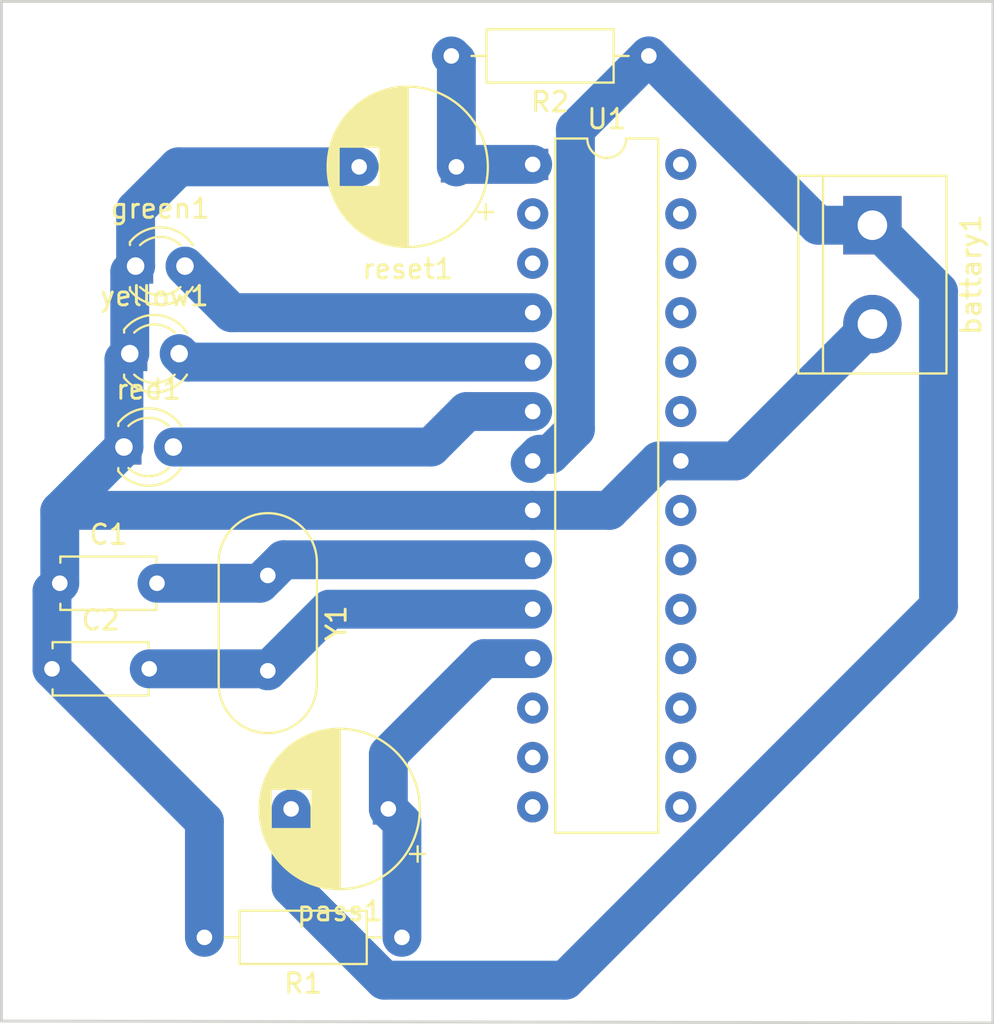
<source format=kicad_pcb>
(kicad_pcb (version 20171130) (host pcbnew 5.0.2-bee76a0~70~ubuntu18.04.1)

  (general
    (thickness 1.6)
    (drawings 4)
    (tracks 61)
    (zones 0)
    (modules 12)
    (nets 28)
  )

  (page A4)
  (layers
    (0 F.Cu signal)
    (31 B.Cu signal)
    (32 B.Adhes user hide)
    (33 F.Adhes user hide)
    (34 B.Paste user hide)
    (35 F.Paste user hide)
    (36 B.SilkS user)
    (37 F.SilkS user)
    (38 B.Mask user hide)
    (39 F.Mask user hide)
    (40 Dwgs.User user hide)
    (41 Cmts.User user hide)
    (42 Eco1.User user hide)
    (43 Eco2.User user hide)
    (44 Edge.Cuts user)
    (45 Margin user hide)
    (46 B.CrtYd user hide)
    (47 F.CrtYd user hide)
    (48 B.Fab user hide)
    (49 F.Fab user hide)
  )

  (setup
    (last_trace_width 2)
    (user_trace_width 1)
    (user_trace_width 2)
    (user_trace_width 3)
    (user_trace_width 4)
    (trace_clearance 0.2)
    (zone_clearance 0.508)
    (zone_45_only no)
    (trace_min 1)
    (segment_width 0.2)
    (edge_width 0.15)
    (via_size 0.8)
    (via_drill 0.4)
    (via_min_size 0.4)
    (via_min_drill 0.3)
    (uvia_size 0.3)
    (uvia_drill 0.1)
    (uvias_allowed no)
    (uvia_min_size 0.2)
    (uvia_min_drill 0.1)
    (pcb_text_width 0.3)
    (pcb_text_size 1.5 1.5)
    (mod_edge_width 0.15)
    (mod_text_size 1 1)
    (mod_text_width 0.15)
    (pad_size 1.524 1.524)
    (pad_drill 0.762)
    (pad_to_mask_clearance 0.051)
    (solder_mask_min_width 0.25)
    (aux_axis_origin 0 0)
    (visible_elements FFFFFF7F)
    (pcbplotparams
      (layerselection 0x010fc_ffffffff)
      (usegerberextensions false)
      (usegerberattributes false)
      (usegerberadvancedattributes false)
      (creategerberjobfile false)
      (excludeedgelayer true)
      (linewidth 0.100000)
      (plotframeref false)
      (viasonmask false)
      (mode 1)
      (useauxorigin false)
      (hpglpennumber 1)
      (hpglpenspeed 20)
      (hpglpendiameter 15.000000)
      (psnegative false)
      (psa4output false)
      (plotreference true)
      (plotvalue true)
      (plotinvisibletext false)
      (padsonsilk false)
      (subtractmaskfromsilk false)
      (outputformat 1)
      (mirror false)
      (drillshape 1)
      (scaleselection 1)
      (outputdirectory ""))
  )

  (net 0 "")
  (net 1 +5V)
  (net 2 GND)
  (net 3 "Net-(C1-Pad2)")
  (net 4 "Net-(C2-Pad2)")
  (net 5 "Net-(U1-Pad4)")
  (net 6 "Net-(R1-Pad1)")
  (net 7 "Net-(R2-Pad2)")
  (net 8 "Net-(U1-Pad6)")
  (net 9 "Net-(U1-Pad15)")
  (net 10 "Net-(U1-Pad2)")
  (net 11 "Net-(U1-Pad16)")
  (net 12 "Net-(U1-Pad3)")
  (net 13 "Net-(U1-Pad17)")
  (net 14 "Net-(U1-Pad18)")
  (net 15 "Net-(U1-Pad5)")
  (net 16 "Net-(U1-Pad19)")
  (net 17 "Net-(U1-Pad20)")
  (net 18 "Net-(U1-Pad21)")
  (net 19 "Net-(U1-Pad23)")
  (net 20 "Net-(U1-Pad24)")
  (net 21 "Net-(U1-Pad25)")
  (net 22 "Net-(U1-Pad12)")
  (net 23 "Net-(U1-Pad26)")
  (net 24 "Net-(U1-Pad13)")
  (net 25 "Net-(U1-Pad27)")
  (net 26 "Net-(U1-Pad14)")
  (net 27 "Net-(U1-Pad28)")

  (net_class Default "This is the default net class."
    (clearance 0.2)
    (trace_width 1)
    (via_dia 0.8)
    (via_drill 0.4)
    (uvia_dia 0.3)
    (uvia_drill 0.1)
    (diff_pair_gap 0.25)
    (diff_pair_width 1)
    (add_net +5V)
    (add_net GND)
    (add_net "Net-(C1-Pad2)")
    (add_net "Net-(C2-Pad2)")
    (add_net "Net-(R1-Pad1)")
    (add_net "Net-(R2-Pad2)")
    (add_net "Net-(U1-Pad12)")
    (add_net "Net-(U1-Pad13)")
    (add_net "Net-(U1-Pad14)")
    (add_net "Net-(U1-Pad15)")
    (add_net "Net-(U1-Pad16)")
    (add_net "Net-(U1-Pad17)")
    (add_net "Net-(U1-Pad18)")
    (add_net "Net-(U1-Pad19)")
    (add_net "Net-(U1-Pad2)")
    (add_net "Net-(U1-Pad20)")
    (add_net "Net-(U1-Pad21)")
    (add_net "Net-(U1-Pad23)")
    (add_net "Net-(U1-Pad24)")
    (add_net "Net-(U1-Pad25)")
    (add_net "Net-(U1-Pad26)")
    (add_net "Net-(U1-Pad27)")
    (add_net "Net-(U1-Pad28)")
    (add_net "Net-(U1-Pad3)")
    (add_net "Net-(U1-Pad4)")
    (add_net "Net-(U1-Pad5)")
    (add_net "Net-(U1-Pad6)")
  )

  (module TerminalBlock:TerminalBlock_bornier-2_P5.08mm (layer F.Cu) (tedit 59FF03AB) (tstamp 5CBC53CC)
    (at 137.6 68.4 270)
    (descr "simple 2-pin terminal block, pitch 5.08mm, revamped version of bornier2")
    (tags "terminal block bornier2")
    (path /5CAF8383)
    (fp_text reference battary1 (at 2.54 -5.08 270) (layer F.SilkS)
      (effects (font (size 1 1) (thickness 0.15)))
    )
    (fp_text value Conn_01x02_Female (at 2.54 5.08 270) (layer F.Fab)
      (effects (font (size 1 1) (thickness 0.15)))
    )
    (fp_text user %R (at 2.54 0 270) (layer F.Fab)
      (effects (font (size 1 1) (thickness 0.15)))
    )
    (fp_line (start -2.41 2.55) (end 7.49 2.55) (layer F.Fab) (width 0.1))
    (fp_line (start -2.46 -3.75) (end -2.46 3.75) (layer F.Fab) (width 0.1))
    (fp_line (start -2.46 3.75) (end 7.54 3.75) (layer F.Fab) (width 0.1))
    (fp_line (start 7.54 3.75) (end 7.54 -3.75) (layer F.Fab) (width 0.1))
    (fp_line (start 7.54 -3.75) (end -2.46 -3.75) (layer F.Fab) (width 0.1))
    (fp_line (start 7.62 2.54) (end -2.54 2.54) (layer F.SilkS) (width 0.12))
    (fp_line (start 7.62 3.81) (end 7.62 -3.81) (layer F.SilkS) (width 0.12))
    (fp_line (start 7.62 -3.81) (end -2.54 -3.81) (layer F.SilkS) (width 0.12))
    (fp_line (start -2.54 -3.81) (end -2.54 3.81) (layer F.SilkS) (width 0.12))
    (fp_line (start -2.54 3.81) (end 7.62 3.81) (layer F.SilkS) (width 0.12))
    (fp_line (start -2.71 -4) (end 7.79 -4) (layer F.CrtYd) (width 0.05))
    (fp_line (start -2.71 -4) (end -2.71 4) (layer F.CrtYd) (width 0.05))
    (fp_line (start 7.79 4) (end 7.79 -4) (layer F.CrtYd) (width 0.05))
    (fp_line (start 7.79 4) (end -2.71 4) (layer F.CrtYd) (width 0.05))
    (pad 1 thru_hole rect (at 0 0 270) (size 3 3) (drill 1.52) (layers *.Cu *.Mask)
      (net 1 +5V))
    (pad 2 thru_hole circle (at 5.08 0 270) (size 3 3) (drill 1.52) (layers *.Cu *.Mask)
      (net 2 GND))
    (model ${KISYS3DMOD}/TerminalBlock.3dshapes/TerminalBlock_bornier-2_P5.08mm.wrl
      (offset (xyz 2.539999961853027 0 0))
      (scale (xyz 1 1 1))
      (rotate (xyz 0 0 0))
    )
  )

  (module Capacitor_THT:C_Disc_D4.7mm_W2.5mm_P5.00mm (layer F.Cu) (tedit 5AE50EF0) (tstamp 5CBC4866)
    (at 95.8 86.8)
    (descr "C, Disc series, Radial, pin pitch=5.00mm, , diameter*width=4.7*2.5mm^2, Capacitor, http://www.vishay.com/docs/45233/krseries.pdf")
    (tags "C Disc series Radial pin pitch 5.00mm  diameter 4.7mm width 2.5mm Capacitor")
    (path /5CAF7B96)
    (fp_text reference C1 (at 2.5 -2.5) (layer F.SilkS)
      (effects (font (size 1 1) (thickness 0.15)))
    )
    (fp_text value C (at 2.5 2.5) (layer F.Fab)
      (effects (font (size 1 1) (thickness 0.15)))
    )
    (fp_line (start 0.15 -1.25) (end 0.15 1.25) (layer F.Fab) (width 0.1))
    (fp_line (start 0.15 1.25) (end 4.85 1.25) (layer F.Fab) (width 0.1))
    (fp_line (start 4.85 1.25) (end 4.85 -1.25) (layer F.Fab) (width 0.1))
    (fp_line (start 4.85 -1.25) (end 0.15 -1.25) (layer F.Fab) (width 0.1))
    (fp_line (start 0.03 -1.37) (end 4.97 -1.37) (layer F.SilkS) (width 0.12))
    (fp_line (start 0.03 1.37) (end 4.97 1.37) (layer F.SilkS) (width 0.12))
    (fp_line (start 0.03 -1.37) (end 0.03 -1.055) (layer F.SilkS) (width 0.12))
    (fp_line (start 0.03 1.055) (end 0.03 1.37) (layer F.SilkS) (width 0.12))
    (fp_line (start 4.97 -1.37) (end 4.97 -1.055) (layer F.SilkS) (width 0.12))
    (fp_line (start 4.97 1.055) (end 4.97 1.37) (layer F.SilkS) (width 0.12))
    (fp_line (start -1.05 -1.5) (end -1.05 1.5) (layer F.CrtYd) (width 0.05))
    (fp_line (start -1.05 1.5) (end 6.05 1.5) (layer F.CrtYd) (width 0.05))
    (fp_line (start 6.05 1.5) (end 6.05 -1.5) (layer F.CrtYd) (width 0.05))
    (fp_line (start 6.05 -1.5) (end -1.05 -1.5) (layer F.CrtYd) (width 0.05))
    (fp_text user %R (at 2.5 0) (layer F.Fab)
      (effects (font (size 0.94 0.94) (thickness 0.141)))
    )
    (pad 1 thru_hole circle (at 0 0) (size 1.6 1.6) (drill 0.8) (layers *.Cu *.Mask)
      (net 2 GND))
    (pad 2 thru_hole circle (at 5 0) (size 1.6 1.6) (drill 0.8) (layers *.Cu *.Mask)
      (net 3 "Net-(C1-Pad2)"))
    (model ${KISYS3DMOD}/Capacitor_THT.3dshapes/C_Disc_D4.7mm_W2.5mm_P5.00mm.wrl
      (at (xyz 0 0 0))
      (scale (xyz 1 1 1))
      (rotate (xyz 0 0 0))
    )
  )

  (module Capacitor_THT:C_Disc_D4.7mm_W2.5mm_P5.00mm (layer F.Cu) (tedit 5AE50EF0) (tstamp 5CBC487B)
    (at 95.4 91.2)
    (descr "C, Disc series, Radial, pin pitch=5.00mm, , diameter*width=4.7*2.5mm^2, Capacitor, http://www.vishay.com/docs/45233/krseries.pdf")
    (tags "C Disc series Radial pin pitch 5.00mm  diameter 4.7mm width 2.5mm Capacitor")
    (path /5CAF7C13)
    (fp_text reference C2 (at 2.5 -2.5) (layer F.SilkS)
      (effects (font (size 1 1) (thickness 0.15)))
    )
    (fp_text value C (at 2.5 2.5) (layer F.Fab)
      (effects (font (size 1 1) (thickness 0.15)))
    )
    (fp_text user %R (at 2.5 0) (layer F.Fab)
      (effects (font (size 0.94 0.94) (thickness 0.141)))
    )
    (fp_line (start 6.05 -1.5) (end -1.05 -1.5) (layer F.CrtYd) (width 0.05))
    (fp_line (start 6.05 1.5) (end 6.05 -1.5) (layer F.CrtYd) (width 0.05))
    (fp_line (start -1.05 1.5) (end 6.05 1.5) (layer F.CrtYd) (width 0.05))
    (fp_line (start -1.05 -1.5) (end -1.05 1.5) (layer F.CrtYd) (width 0.05))
    (fp_line (start 4.97 1.055) (end 4.97 1.37) (layer F.SilkS) (width 0.12))
    (fp_line (start 4.97 -1.37) (end 4.97 -1.055) (layer F.SilkS) (width 0.12))
    (fp_line (start 0.03 1.055) (end 0.03 1.37) (layer F.SilkS) (width 0.12))
    (fp_line (start 0.03 -1.37) (end 0.03 -1.055) (layer F.SilkS) (width 0.12))
    (fp_line (start 0.03 1.37) (end 4.97 1.37) (layer F.SilkS) (width 0.12))
    (fp_line (start 0.03 -1.37) (end 4.97 -1.37) (layer F.SilkS) (width 0.12))
    (fp_line (start 4.85 -1.25) (end 0.15 -1.25) (layer F.Fab) (width 0.1))
    (fp_line (start 4.85 1.25) (end 4.85 -1.25) (layer F.Fab) (width 0.1))
    (fp_line (start 0.15 1.25) (end 4.85 1.25) (layer F.Fab) (width 0.1))
    (fp_line (start 0.15 -1.25) (end 0.15 1.25) (layer F.Fab) (width 0.1))
    (pad 2 thru_hole circle (at 5 0) (size 1.6 1.6) (drill 0.8) (layers *.Cu *.Mask)
      (net 4 "Net-(C2-Pad2)"))
    (pad 1 thru_hole circle (at 0 0) (size 1.6 1.6) (drill 0.8) (layers *.Cu *.Mask)
      (net 2 GND))
    (model ${KISYS3DMOD}/Capacitor_THT.3dshapes/C_Disc_D4.7mm_W2.5mm_P5.00mm.wrl
      (at (xyz 0 0 0))
      (scale (xyz 1 1 1))
      (rotate (xyz 0 0 0))
    )
  )

  (module LED_THT:LED_D3.0mm_Clear (layer F.Cu) (tedit 5A6C9BC0) (tstamp 5CBC488F)
    (at 99.7 70.5)
    (descr "IR-LED, diameter 3.0mm, 2 pins, color: clear")
    (tags "IR infrared LED diameter 3.0mm 2 pins clear")
    (path /5CAF77A3)
    (fp_text reference green1 (at 1.27 -2.96) (layer F.SilkS)
      (effects (font (size 1 1) (thickness 0.15)))
    )
    (fp_text value LED (at 1.27 2.96) (layer F.Fab)
      (effects (font (size 1 1) (thickness 0.15)))
    )
    (fp_text user %R (at 1.47 0) (layer F.Fab)
      (effects (font (size 0.8 0.8) (thickness 0.12)))
    )
    (fp_line (start -0.23 -1.16619) (end -0.23 1.16619) (layer F.Fab) (width 0.1))
    (fp_line (start -0.29 -1.236) (end -0.29 -1.08) (layer F.SilkS) (width 0.12))
    (fp_line (start -0.29 1.08) (end -0.29 1.236) (layer F.SilkS) (width 0.12))
    (fp_line (start -1.15 -2.25) (end -1.15 2.25) (layer F.CrtYd) (width 0.05))
    (fp_line (start -1.15 2.25) (end 3.7 2.25) (layer F.CrtYd) (width 0.05))
    (fp_line (start 3.7 2.25) (end 3.7 -2.25) (layer F.CrtYd) (width 0.05))
    (fp_line (start 3.7 -2.25) (end -1.15 -2.25) (layer F.CrtYd) (width 0.05))
    (fp_circle (center 1.27 0) (end 2.77 0) (layer F.Fab) (width 0.1))
    (fp_arc (start 1.27 0) (end -0.23 -1.16619) (angle 284.3) (layer F.Fab) (width 0.1))
    (fp_arc (start 1.27 0) (end -0.29 -1.235516) (angle 108.8) (layer F.SilkS) (width 0.12))
    (fp_arc (start 1.27 0) (end -0.29 1.235516) (angle -108.8) (layer F.SilkS) (width 0.12))
    (fp_arc (start 1.27 0) (end 0.229039 -1.08) (angle 87.9) (layer F.SilkS) (width 0.12))
    (fp_arc (start 1.27 0) (end 0.229039 1.08) (angle -87.9) (layer F.SilkS) (width 0.12))
    (pad 1 thru_hole rect (at 0 0) (size 1.8 1.8) (drill 0.9) (layers *.Cu *.Mask)
      (net 2 GND))
    (pad 2 thru_hole circle (at 2.54 0) (size 1.8 1.8) (drill 0.9) (layers *.Cu *.Mask)
      (net 5 "Net-(U1-Pad4)"))
    (model ${KISYS3DMOD}/LED_THT.3dshapes/LED_D3.0mm_Clear.wrl
      (at (xyz 0 0 0))
      (scale (xyz 1 1 1))
      (rotate (xyz 0 0 0))
    )
  )

  (module Capacitor_THT:CP_Radial_D8.0mm_P5.00mm (layer F.Cu) (tedit 5AE50EF0) (tstamp 5CBC4938)
    (at 112.7 98.4 180)
    (descr "CP, Radial series, Radial, pin pitch=5.00mm, , diameter=8mm, Electrolytic Capacitor")
    (tags "CP Radial series Radial pin pitch 5.00mm  diameter 8mm Electrolytic Capacitor")
    (path /5CAF7F7C)
    (fp_text reference pass1 (at 2.5 -5.25 180) (layer F.SilkS)
      (effects (font (size 1 1) (thickness 0.15)))
    )
    (fp_text value SW_Push (at 2.5 5.25 180) (layer F.Fab)
      (effects (font (size 1 1) (thickness 0.15)))
    )
    (fp_text user %R (at 2.5 0 180) (layer F.Fab)
      (effects (font (size 1 1) (thickness 0.15)))
    )
    (fp_line (start -1.509698 -2.715) (end -1.509698 -1.915) (layer F.SilkS) (width 0.12))
    (fp_line (start -1.909698 -2.315) (end -1.109698 -2.315) (layer F.SilkS) (width 0.12))
    (fp_line (start 6.581 -0.533) (end 6.581 0.533) (layer F.SilkS) (width 0.12))
    (fp_line (start 6.541 -0.768) (end 6.541 0.768) (layer F.SilkS) (width 0.12))
    (fp_line (start 6.501 -0.948) (end 6.501 0.948) (layer F.SilkS) (width 0.12))
    (fp_line (start 6.461 -1.098) (end 6.461 1.098) (layer F.SilkS) (width 0.12))
    (fp_line (start 6.421 -1.229) (end 6.421 1.229) (layer F.SilkS) (width 0.12))
    (fp_line (start 6.381 -1.346) (end 6.381 1.346) (layer F.SilkS) (width 0.12))
    (fp_line (start 6.341 -1.453) (end 6.341 1.453) (layer F.SilkS) (width 0.12))
    (fp_line (start 6.301 -1.552) (end 6.301 1.552) (layer F.SilkS) (width 0.12))
    (fp_line (start 6.261 -1.645) (end 6.261 1.645) (layer F.SilkS) (width 0.12))
    (fp_line (start 6.221 -1.731) (end 6.221 1.731) (layer F.SilkS) (width 0.12))
    (fp_line (start 6.181 -1.813) (end 6.181 1.813) (layer F.SilkS) (width 0.12))
    (fp_line (start 6.141 -1.89) (end 6.141 1.89) (layer F.SilkS) (width 0.12))
    (fp_line (start 6.101 -1.964) (end 6.101 1.964) (layer F.SilkS) (width 0.12))
    (fp_line (start 6.061 -2.034) (end 6.061 2.034) (layer F.SilkS) (width 0.12))
    (fp_line (start 6.021 1.04) (end 6.021 2.102) (layer F.SilkS) (width 0.12))
    (fp_line (start 6.021 -2.102) (end 6.021 -1.04) (layer F.SilkS) (width 0.12))
    (fp_line (start 5.981 1.04) (end 5.981 2.166) (layer F.SilkS) (width 0.12))
    (fp_line (start 5.981 -2.166) (end 5.981 -1.04) (layer F.SilkS) (width 0.12))
    (fp_line (start 5.941 1.04) (end 5.941 2.228) (layer F.SilkS) (width 0.12))
    (fp_line (start 5.941 -2.228) (end 5.941 -1.04) (layer F.SilkS) (width 0.12))
    (fp_line (start 5.901 1.04) (end 5.901 2.287) (layer F.SilkS) (width 0.12))
    (fp_line (start 5.901 -2.287) (end 5.901 -1.04) (layer F.SilkS) (width 0.12))
    (fp_line (start 5.861 1.04) (end 5.861 2.345) (layer F.SilkS) (width 0.12))
    (fp_line (start 5.861 -2.345) (end 5.861 -1.04) (layer F.SilkS) (width 0.12))
    (fp_line (start 5.821 1.04) (end 5.821 2.4) (layer F.SilkS) (width 0.12))
    (fp_line (start 5.821 -2.4) (end 5.821 -1.04) (layer F.SilkS) (width 0.12))
    (fp_line (start 5.781 1.04) (end 5.781 2.454) (layer F.SilkS) (width 0.12))
    (fp_line (start 5.781 -2.454) (end 5.781 -1.04) (layer F.SilkS) (width 0.12))
    (fp_line (start 5.741 1.04) (end 5.741 2.505) (layer F.SilkS) (width 0.12))
    (fp_line (start 5.741 -2.505) (end 5.741 -1.04) (layer F.SilkS) (width 0.12))
    (fp_line (start 5.701 1.04) (end 5.701 2.556) (layer F.SilkS) (width 0.12))
    (fp_line (start 5.701 -2.556) (end 5.701 -1.04) (layer F.SilkS) (width 0.12))
    (fp_line (start 5.661 1.04) (end 5.661 2.604) (layer F.SilkS) (width 0.12))
    (fp_line (start 5.661 -2.604) (end 5.661 -1.04) (layer F.SilkS) (width 0.12))
    (fp_line (start 5.621 1.04) (end 5.621 2.651) (layer F.SilkS) (width 0.12))
    (fp_line (start 5.621 -2.651) (end 5.621 -1.04) (layer F.SilkS) (width 0.12))
    (fp_line (start 5.581 1.04) (end 5.581 2.697) (layer F.SilkS) (width 0.12))
    (fp_line (start 5.581 -2.697) (end 5.581 -1.04) (layer F.SilkS) (width 0.12))
    (fp_line (start 5.541 1.04) (end 5.541 2.741) (layer F.SilkS) (width 0.12))
    (fp_line (start 5.541 -2.741) (end 5.541 -1.04) (layer F.SilkS) (width 0.12))
    (fp_line (start 5.501 1.04) (end 5.501 2.784) (layer F.SilkS) (width 0.12))
    (fp_line (start 5.501 -2.784) (end 5.501 -1.04) (layer F.SilkS) (width 0.12))
    (fp_line (start 5.461 1.04) (end 5.461 2.826) (layer F.SilkS) (width 0.12))
    (fp_line (start 5.461 -2.826) (end 5.461 -1.04) (layer F.SilkS) (width 0.12))
    (fp_line (start 5.421 1.04) (end 5.421 2.867) (layer F.SilkS) (width 0.12))
    (fp_line (start 5.421 -2.867) (end 5.421 -1.04) (layer F.SilkS) (width 0.12))
    (fp_line (start 5.381 1.04) (end 5.381 2.907) (layer F.SilkS) (width 0.12))
    (fp_line (start 5.381 -2.907) (end 5.381 -1.04) (layer F.SilkS) (width 0.12))
    (fp_line (start 5.341 1.04) (end 5.341 2.945) (layer F.SilkS) (width 0.12))
    (fp_line (start 5.341 -2.945) (end 5.341 -1.04) (layer F.SilkS) (width 0.12))
    (fp_line (start 5.301 1.04) (end 5.301 2.983) (layer F.SilkS) (width 0.12))
    (fp_line (start 5.301 -2.983) (end 5.301 -1.04) (layer F.SilkS) (width 0.12))
    (fp_line (start 5.261 1.04) (end 5.261 3.019) (layer F.SilkS) (width 0.12))
    (fp_line (start 5.261 -3.019) (end 5.261 -1.04) (layer F.SilkS) (width 0.12))
    (fp_line (start 5.221 1.04) (end 5.221 3.055) (layer F.SilkS) (width 0.12))
    (fp_line (start 5.221 -3.055) (end 5.221 -1.04) (layer F.SilkS) (width 0.12))
    (fp_line (start 5.181 1.04) (end 5.181 3.09) (layer F.SilkS) (width 0.12))
    (fp_line (start 5.181 -3.09) (end 5.181 -1.04) (layer F.SilkS) (width 0.12))
    (fp_line (start 5.141 1.04) (end 5.141 3.124) (layer F.SilkS) (width 0.12))
    (fp_line (start 5.141 -3.124) (end 5.141 -1.04) (layer F.SilkS) (width 0.12))
    (fp_line (start 5.101 1.04) (end 5.101 3.156) (layer F.SilkS) (width 0.12))
    (fp_line (start 5.101 -3.156) (end 5.101 -1.04) (layer F.SilkS) (width 0.12))
    (fp_line (start 5.061 1.04) (end 5.061 3.189) (layer F.SilkS) (width 0.12))
    (fp_line (start 5.061 -3.189) (end 5.061 -1.04) (layer F.SilkS) (width 0.12))
    (fp_line (start 5.021 1.04) (end 5.021 3.22) (layer F.SilkS) (width 0.12))
    (fp_line (start 5.021 -3.22) (end 5.021 -1.04) (layer F.SilkS) (width 0.12))
    (fp_line (start 4.981 1.04) (end 4.981 3.25) (layer F.SilkS) (width 0.12))
    (fp_line (start 4.981 -3.25) (end 4.981 -1.04) (layer F.SilkS) (width 0.12))
    (fp_line (start 4.941 1.04) (end 4.941 3.28) (layer F.SilkS) (width 0.12))
    (fp_line (start 4.941 -3.28) (end 4.941 -1.04) (layer F.SilkS) (width 0.12))
    (fp_line (start 4.901 1.04) (end 4.901 3.309) (layer F.SilkS) (width 0.12))
    (fp_line (start 4.901 -3.309) (end 4.901 -1.04) (layer F.SilkS) (width 0.12))
    (fp_line (start 4.861 1.04) (end 4.861 3.338) (layer F.SilkS) (width 0.12))
    (fp_line (start 4.861 -3.338) (end 4.861 -1.04) (layer F.SilkS) (width 0.12))
    (fp_line (start 4.821 1.04) (end 4.821 3.365) (layer F.SilkS) (width 0.12))
    (fp_line (start 4.821 -3.365) (end 4.821 -1.04) (layer F.SilkS) (width 0.12))
    (fp_line (start 4.781 1.04) (end 4.781 3.392) (layer F.SilkS) (width 0.12))
    (fp_line (start 4.781 -3.392) (end 4.781 -1.04) (layer F.SilkS) (width 0.12))
    (fp_line (start 4.741 1.04) (end 4.741 3.418) (layer F.SilkS) (width 0.12))
    (fp_line (start 4.741 -3.418) (end 4.741 -1.04) (layer F.SilkS) (width 0.12))
    (fp_line (start 4.701 1.04) (end 4.701 3.444) (layer F.SilkS) (width 0.12))
    (fp_line (start 4.701 -3.444) (end 4.701 -1.04) (layer F.SilkS) (width 0.12))
    (fp_line (start 4.661 1.04) (end 4.661 3.469) (layer F.SilkS) (width 0.12))
    (fp_line (start 4.661 -3.469) (end 4.661 -1.04) (layer F.SilkS) (width 0.12))
    (fp_line (start 4.621 1.04) (end 4.621 3.493) (layer F.SilkS) (width 0.12))
    (fp_line (start 4.621 -3.493) (end 4.621 -1.04) (layer F.SilkS) (width 0.12))
    (fp_line (start 4.581 1.04) (end 4.581 3.517) (layer F.SilkS) (width 0.12))
    (fp_line (start 4.581 -3.517) (end 4.581 -1.04) (layer F.SilkS) (width 0.12))
    (fp_line (start 4.541 1.04) (end 4.541 3.54) (layer F.SilkS) (width 0.12))
    (fp_line (start 4.541 -3.54) (end 4.541 -1.04) (layer F.SilkS) (width 0.12))
    (fp_line (start 4.501 1.04) (end 4.501 3.562) (layer F.SilkS) (width 0.12))
    (fp_line (start 4.501 -3.562) (end 4.501 -1.04) (layer F.SilkS) (width 0.12))
    (fp_line (start 4.461 1.04) (end 4.461 3.584) (layer F.SilkS) (width 0.12))
    (fp_line (start 4.461 -3.584) (end 4.461 -1.04) (layer F.SilkS) (width 0.12))
    (fp_line (start 4.421 1.04) (end 4.421 3.606) (layer F.SilkS) (width 0.12))
    (fp_line (start 4.421 -3.606) (end 4.421 -1.04) (layer F.SilkS) (width 0.12))
    (fp_line (start 4.381 1.04) (end 4.381 3.627) (layer F.SilkS) (width 0.12))
    (fp_line (start 4.381 -3.627) (end 4.381 -1.04) (layer F.SilkS) (width 0.12))
    (fp_line (start 4.341 1.04) (end 4.341 3.647) (layer F.SilkS) (width 0.12))
    (fp_line (start 4.341 -3.647) (end 4.341 -1.04) (layer F.SilkS) (width 0.12))
    (fp_line (start 4.301 1.04) (end 4.301 3.666) (layer F.SilkS) (width 0.12))
    (fp_line (start 4.301 -3.666) (end 4.301 -1.04) (layer F.SilkS) (width 0.12))
    (fp_line (start 4.261 1.04) (end 4.261 3.686) (layer F.SilkS) (width 0.12))
    (fp_line (start 4.261 -3.686) (end 4.261 -1.04) (layer F.SilkS) (width 0.12))
    (fp_line (start 4.221 1.04) (end 4.221 3.704) (layer F.SilkS) (width 0.12))
    (fp_line (start 4.221 -3.704) (end 4.221 -1.04) (layer F.SilkS) (width 0.12))
    (fp_line (start 4.181 1.04) (end 4.181 3.722) (layer F.SilkS) (width 0.12))
    (fp_line (start 4.181 -3.722) (end 4.181 -1.04) (layer F.SilkS) (width 0.12))
    (fp_line (start 4.141 1.04) (end 4.141 3.74) (layer F.SilkS) (width 0.12))
    (fp_line (start 4.141 -3.74) (end 4.141 -1.04) (layer F.SilkS) (width 0.12))
    (fp_line (start 4.101 1.04) (end 4.101 3.757) (layer F.SilkS) (width 0.12))
    (fp_line (start 4.101 -3.757) (end 4.101 -1.04) (layer F.SilkS) (width 0.12))
    (fp_line (start 4.061 1.04) (end 4.061 3.774) (layer F.SilkS) (width 0.12))
    (fp_line (start 4.061 -3.774) (end 4.061 -1.04) (layer F.SilkS) (width 0.12))
    (fp_line (start 4.021 1.04) (end 4.021 3.79) (layer F.SilkS) (width 0.12))
    (fp_line (start 4.021 -3.79) (end 4.021 -1.04) (layer F.SilkS) (width 0.12))
    (fp_line (start 3.981 1.04) (end 3.981 3.805) (layer F.SilkS) (width 0.12))
    (fp_line (start 3.981 -3.805) (end 3.981 -1.04) (layer F.SilkS) (width 0.12))
    (fp_line (start 3.941 -3.821) (end 3.941 3.821) (layer F.SilkS) (width 0.12))
    (fp_line (start 3.901 -3.835) (end 3.901 3.835) (layer F.SilkS) (width 0.12))
    (fp_line (start 3.861 -3.85) (end 3.861 3.85) (layer F.SilkS) (width 0.12))
    (fp_line (start 3.821 -3.863) (end 3.821 3.863) (layer F.SilkS) (width 0.12))
    (fp_line (start 3.781 -3.877) (end 3.781 3.877) (layer F.SilkS) (width 0.12))
    (fp_line (start 3.741 -3.889) (end 3.741 3.889) (layer F.SilkS) (width 0.12))
    (fp_line (start 3.701 -3.902) (end 3.701 3.902) (layer F.SilkS) (width 0.12))
    (fp_line (start 3.661 -3.914) (end 3.661 3.914) (layer F.SilkS) (width 0.12))
    (fp_line (start 3.621 -3.925) (end 3.621 3.925) (layer F.SilkS) (width 0.12))
    (fp_line (start 3.581 -3.936) (end 3.581 3.936) (layer F.SilkS) (width 0.12))
    (fp_line (start 3.541 -3.947) (end 3.541 3.947) (layer F.SilkS) (width 0.12))
    (fp_line (start 3.501 -3.957) (end 3.501 3.957) (layer F.SilkS) (width 0.12))
    (fp_line (start 3.461 -3.967) (end 3.461 3.967) (layer F.SilkS) (width 0.12))
    (fp_line (start 3.421 -3.976) (end 3.421 3.976) (layer F.SilkS) (width 0.12))
    (fp_line (start 3.381 -3.985) (end 3.381 3.985) (layer F.SilkS) (width 0.12))
    (fp_line (start 3.341 -3.994) (end 3.341 3.994) (layer F.SilkS) (width 0.12))
    (fp_line (start 3.301 -4.002) (end 3.301 4.002) (layer F.SilkS) (width 0.12))
    (fp_line (start 3.261 -4.01) (end 3.261 4.01) (layer F.SilkS) (width 0.12))
    (fp_line (start 3.221 -4.017) (end 3.221 4.017) (layer F.SilkS) (width 0.12))
    (fp_line (start 3.18 -4.024) (end 3.18 4.024) (layer F.SilkS) (width 0.12))
    (fp_line (start 3.14 -4.03) (end 3.14 4.03) (layer F.SilkS) (width 0.12))
    (fp_line (start 3.1 -4.037) (end 3.1 4.037) (layer F.SilkS) (width 0.12))
    (fp_line (start 3.06 -4.042) (end 3.06 4.042) (layer F.SilkS) (width 0.12))
    (fp_line (start 3.02 -4.048) (end 3.02 4.048) (layer F.SilkS) (width 0.12))
    (fp_line (start 2.98 -4.052) (end 2.98 4.052) (layer F.SilkS) (width 0.12))
    (fp_line (start 2.94 -4.057) (end 2.94 4.057) (layer F.SilkS) (width 0.12))
    (fp_line (start 2.9 -4.061) (end 2.9 4.061) (layer F.SilkS) (width 0.12))
    (fp_line (start 2.86 -4.065) (end 2.86 4.065) (layer F.SilkS) (width 0.12))
    (fp_line (start 2.82 -4.068) (end 2.82 4.068) (layer F.SilkS) (width 0.12))
    (fp_line (start 2.78 -4.071) (end 2.78 4.071) (layer F.SilkS) (width 0.12))
    (fp_line (start 2.74 -4.074) (end 2.74 4.074) (layer F.SilkS) (width 0.12))
    (fp_line (start 2.7 -4.076) (end 2.7 4.076) (layer F.SilkS) (width 0.12))
    (fp_line (start 2.66 -4.077) (end 2.66 4.077) (layer F.SilkS) (width 0.12))
    (fp_line (start 2.62 -4.079) (end 2.62 4.079) (layer F.SilkS) (width 0.12))
    (fp_line (start 2.58 -4.08) (end 2.58 4.08) (layer F.SilkS) (width 0.12))
    (fp_line (start 2.54 -4.08) (end 2.54 4.08) (layer F.SilkS) (width 0.12))
    (fp_line (start 2.5 -4.08) (end 2.5 4.08) (layer F.SilkS) (width 0.12))
    (fp_line (start -0.526759 -2.1475) (end -0.526759 -1.3475) (layer F.Fab) (width 0.1))
    (fp_line (start -0.926759 -1.7475) (end -0.126759 -1.7475) (layer F.Fab) (width 0.1))
    (fp_circle (center 2.5 0) (end 6.75 0) (layer F.CrtYd) (width 0.05))
    (fp_circle (center 2.5 0) (end 6.62 0) (layer F.SilkS) (width 0.12))
    (fp_circle (center 2.5 0) (end 6.5 0) (layer F.Fab) (width 0.1))
    (pad 2 thru_hole circle (at 5 0 180) (size 1.6 1.6) (drill 0.8) (layers *.Cu *.Mask)
      (net 1 +5V))
    (pad 1 thru_hole rect (at 0 0 180) (size 1.6 1.6) (drill 0.8) (layers *.Cu *.Mask)
      (net 6 "Net-(R1-Pad1)"))
    (model ${KISYS3DMOD}/Capacitor_THT.3dshapes/CP_Radial_D8.0mm_P5.00mm.wrl
      (at (xyz 0 0 0))
      (scale (xyz 1 1 1))
      (rotate (xyz 0 0 0))
    )
  )

  (module Resistor_THT:R_Axial_DIN0207_L6.3mm_D2.5mm_P10.16mm_Horizontal (layer F.Cu) (tedit 5AE5139B) (tstamp 5CBC494F)
    (at 113.4 105 180)
    (descr "Resistor, Axial_DIN0207 series, Axial, Horizontal, pin pitch=10.16mm, 0.25W = 1/4W, length*diameter=6.3*2.5mm^2, http://cdn-reichelt.de/documents/datenblatt/B400/1_4W%23YAG.pdf")
    (tags "Resistor Axial_DIN0207 series Axial Horizontal pin pitch 10.16mm 0.25W = 1/4W length 6.3mm diameter 2.5mm")
    (path /5CAF7E8E)
    (fp_text reference R1 (at 5.08 -2.37 180) (layer F.SilkS)
      (effects (font (size 1 1) (thickness 0.15)))
    )
    (fp_text value R (at 5.08 2.37 180) (layer F.Fab)
      (effects (font (size 1 1) (thickness 0.15)))
    )
    (fp_text user %R (at 5.08 0 180) (layer F.Fab)
      (effects (font (size 1 1) (thickness 0.15)))
    )
    (fp_line (start 11.21 -1.5) (end -1.05 -1.5) (layer F.CrtYd) (width 0.05))
    (fp_line (start 11.21 1.5) (end 11.21 -1.5) (layer F.CrtYd) (width 0.05))
    (fp_line (start -1.05 1.5) (end 11.21 1.5) (layer F.CrtYd) (width 0.05))
    (fp_line (start -1.05 -1.5) (end -1.05 1.5) (layer F.CrtYd) (width 0.05))
    (fp_line (start 9.12 0) (end 8.35 0) (layer F.SilkS) (width 0.12))
    (fp_line (start 1.04 0) (end 1.81 0) (layer F.SilkS) (width 0.12))
    (fp_line (start 8.35 -1.37) (end 1.81 -1.37) (layer F.SilkS) (width 0.12))
    (fp_line (start 8.35 1.37) (end 8.35 -1.37) (layer F.SilkS) (width 0.12))
    (fp_line (start 1.81 1.37) (end 8.35 1.37) (layer F.SilkS) (width 0.12))
    (fp_line (start 1.81 -1.37) (end 1.81 1.37) (layer F.SilkS) (width 0.12))
    (fp_line (start 10.16 0) (end 8.23 0) (layer F.Fab) (width 0.1))
    (fp_line (start 0 0) (end 1.93 0) (layer F.Fab) (width 0.1))
    (fp_line (start 8.23 -1.25) (end 1.93 -1.25) (layer F.Fab) (width 0.1))
    (fp_line (start 8.23 1.25) (end 8.23 -1.25) (layer F.Fab) (width 0.1))
    (fp_line (start 1.93 1.25) (end 8.23 1.25) (layer F.Fab) (width 0.1))
    (fp_line (start 1.93 -1.25) (end 1.93 1.25) (layer F.Fab) (width 0.1))
    (pad 2 thru_hole oval (at 10.16 0 180) (size 1.6 1.6) (drill 0.8) (layers *.Cu *.Mask)
      (net 2 GND))
    (pad 1 thru_hole circle (at 0 0 180) (size 1.6 1.6) (drill 0.8) (layers *.Cu *.Mask)
      (net 6 "Net-(R1-Pad1)"))
    (model ${KISYS3DMOD}/Resistor_THT.3dshapes/R_Axial_DIN0207_L6.3mm_D2.5mm_P10.16mm_Horizontal.wrl
      (at (xyz 0 0 0))
      (scale (xyz 1 1 1))
      (rotate (xyz 0 0 0))
    )
  )

  (module Resistor_THT:R_Axial_DIN0207_L6.3mm_D2.5mm_P10.16mm_Horizontal (layer F.Cu) (tedit 5AE5139B) (tstamp 5CBC4966)
    (at 126.1 59.7 180)
    (descr "Resistor, Axial_DIN0207 series, Axial, Horizontal, pin pitch=10.16mm, 0.25W = 1/4W, length*diameter=6.3*2.5mm^2, http://cdn-reichelt.de/documents/datenblatt/B400/1_4W%23YAG.pdf")
    (tags "Resistor Axial_DIN0207 series Axial Horizontal pin pitch 10.16mm 0.25W = 1/4W length 6.3mm diameter 2.5mm")
    (path /5CAF7D96)
    (fp_text reference R2 (at 5.08 -2.37 180) (layer F.SilkS)
      (effects (font (size 1 1) (thickness 0.15)))
    )
    (fp_text value R (at 5.08 2.37 180) (layer F.Fab)
      (effects (font (size 1 1) (thickness 0.15)))
    )
    (fp_line (start 1.93 -1.25) (end 1.93 1.25) (layer F.Fab) (width 0.1))
    (fp_line (start 1.93 1.25) (end 8.23 1.25) (layer F.Fab) (width 0.1))
    (fp_line (start 8.23 1.25) (end 8.23 -1.25) (layer F.Fab) (width 0.1))
    (fp_line (start 8.23 -1.25) (end 1.93 -1.25) (layer F.Fab) (width 0.1))
    (fp_line (start 0 0) (end 1.93 0) (layer F.Fab) (width 0.1))
    (fp_line (start 10.16 0) (end 8.23 0) (layer F.Fab) (width 0.1))
    (fp_line (start 1.81 -1.37) (end 1.81 1.37) (layer F.SilkS) (width 0.12))
    (fp_line (start 1.81 1.37) (end 8.35 1.37) (layer F.SilkS) (width 0.12))
    (fp_line (start 8.35 1.37) (end 8.35 -1.37) (layer F.SilkS) (width 0.12))
    (fp_line (start 8.35 -1.37) (end 1.81 -1.37) (layer F.SilkS) (width 0.12))
    (fp_line (start 1.04 0) (end 1.81 0) (layer F.SilkS) (width 0.12))
    (fp_line (start 9.12 0) (end 8.35 0) (layer F.SilkS) (width 0.12))
    (fp_line (start -1.05 -1.5) (end -1.05 1.5) (layer F.CrtYd) (width 0.05))
    (fp_line (start -1.05 1.5) (end 11.21 1.5) (layer F.CrtYd) (width 0.05))
    (fp_line (start 11.21 1.5) (end 11.21 -1.5) (layer F.CrtYd) (width 0.05))
    (fp_line (start 11.21 -1.5) (end -1.05 -1.5) (layer F.CrtYd) (width 0.05))
    (fp_text user %R (at 5.08 0 180) (layer F.Fab)
      (effects (font (size 1 1) (thickness 0.15)))
    )
    (pad 1 thru_hole circle (at 0 0 180) (size 1.6 1.6) (drill 0.8) (layers *.Cu *.Mask)
      (net 1 +5V))
    (pad 2 thru_hole oval (at 10.16 0 180) (size 1.6 1.6) (drill 0.8) (layers *.Cu *.Mask)
      (net 7 "Net-(R2-Pad2)"))
    (model ${KISYS3DMOD}/Resistor_THT.3dshapes/R_Axial_DIN0207_L6.3mm_D2.5mm_P10.16mm_Horizontal.wrl
      (at (xyz 0 0 0))
      (scale (xyz 1 1 1))
      (rotate (xyz 0 0 0))
    )
  )

  (module LED_THT:LED_D3.0mm (layer F.Cu) (tedit 587A3A7B) (tstamp 5CBC4979)
    (at 99.1 79.8)
    (descr "LED, diameter 3.0mm, 2 pins")
    (tags "LED diameter 3.0mm 2 pins")
    (path /5CAF79B1)
    (fp_text reference red1 (at 1.27 -2.96) (layer F.SilkS)
      (effects (font (size 1 1) (thickness 0.15)))
    )
    (fp_text value LED (at 1.27 2.96) (layer F.Fab)
      (effects (font (size 1 1) (thickness 0.15)))
    )
    (fp_line (start 3.7 -2.25) (end -1.15 -2.25) (layer F.CrtYd) (width 0.05))
    (fp_line (start 3.7 2.25) (end 3.7 -2.25) (layer F.CrtYd) (width 0.05))
    (fp_line (start -1.15 2.25) (end 3.7 2.25) (layer F.CrtYd) (width 0.05))
    (fp_line (start -1.15 -2.25) (end -1.15 2.25) (layer F.CrtYd) (width 0.05))
    (fp_line (start -0.29 1.08) (end -0.29 1.236) (layer F.SilkS) (width 0.12))
    (fp_line (start -0.29 -1.236) (end -0.29 -1.08) (layer F.SilkS) (width 0.12))
    (fp_line (start -0.23 -1.16619) (end -0.23 1.16619) (layer F.Fab) (width 0.1))
    (fp_circle (center 1.27 0) (end 2.77 0) (layer F.Fab) (width 0.1))
    (fp_arc (start 1.27 0) (end 0.229039 1.08) (angle -87.9) (layer F.SilkS) (width 0.12))
    (fp_arc (start 1.27 0) (end 0.229039 -1.08) (angle 87.9) (layer F.SilkS) (width 0.12))
    (fp_arc (start 1.27 0) (end -0.29 1.235516) (angle -108.8) (layer F.SilkS) (width 0.12))
    (fp_arc (start 1.27 0) (end -0.29 -1.235516) (angle 108.8) (layer F.SilkS) (width 0.12))
    (fp_arc (start 1.27 0) (end -0.23 -1.16619) (angle 284.3) (layer F.Fab) (width 0.1))
    (pad 2 thru_hole circle (at 2.54 0) (size 1.8 1.8) (drill 0.9) (layers *.Cu *.Mask)
      (net 8 "Net-(U1-Pad6)"))
    (pad 1 thru_hole rect (at 0 0) (size 1.8 1.8) (drill 0.9) (layers *.Cu *.Mask)
      (net 2 GND))
    (model ${KISYS3DMOD}/LED_THT.3dshapes/LED_D3.0mm.wrl
      (at (xyz 0 0 0))
      (scale (xyz 1 1 1))
      (rotate (xyz 0 0 0))
    )
  )

  (module Capacitor_THT:CP_Radial_D8.0mm_P5.00mm (layer F.Cu) (tedit 5AE50EF0) (tstamp 5CBC4A22)
    (at 116.2 65.4 180)
    (descr "CP, Radial series, Radial, pin pitch=5.00mm, , diameter=8mm, Electrolytic Capacitor")
    (tags "CP Radial series Radial pin pitch 5.00mm  diameter 8mm Electrolytic Capacitor")
    (path /5CAF7CA9)
    (fp_text reference reset1 (at 2.5 -5.25 180) (layer F.SilkS)
      (effects (font (size 1 1) (thickness 0.15)))
    )
    (fp_text value SW_Push (at 2.5 5.25 180) (layer F.Fab)
      (effects (font (size 1 1) (thickness 0.15)))
    )
    (fp_circle (center 2.5 0) (end 6.5 0) (layer F.Fab) (width 0.1))
    (fp_circle (center 2.5 0) (end 6.62 0) (layer F.SilkS) (width 0.12))
    (fp_circle (center 2.5 0) (end 6.75 0) (layer F.CrtYd) (width 0.05))
    (fp_line (start -0.926759 -1.7475) (end -0.126759 -1.7475) (layer F.Fab) (width 0.1))
    (fp_line (start -0.526759 -2.1475) (end -0.526759 -1.3475) (layer F.Fab) (width 0.1))
    (fp_line (start 2.5 -4.08) (end 2.5 4.08) (layer F.SilkS) (width 0.12))
    (fp_line (start 2.54 -4.08) (end 2.54 4.08) (layer F.SilkS) (width 0.12))
    (fp_line (start 2.58 -4.08) (end 2.58 4.08) (layer F.SilkS) (width 0.12))
    (fp_line (start 2.62 -4.079) (end 2.62 4.079) (layer F.SilkS) (width 0.12))
    (fp_line (start 2.66 -4.077) (end 2.66 4.077) (layer F.SilkS) (width 0.12))
    (fp_line (start 2.7 -4.076) (end 2.7 4.076) (layer F.SilkS) (width 0.12))
    (fp_line (start 2.74 -4.074) (end 2.74 4.074) (layer F.SilkS) (width 0.12))
    (fp_line (start 2.78 -4.071) (end 2.78 4.071) (layer F.SilkS) (width 0.12))
    (fp_line (start 2.82 -4.068) (end 2.82 4.068) (layer F.SilkS) (width 0.12))
    (fp_line (start 2.86 -4.065) (end 2.86 4.065) (layer F.SilkS) (width 0.12))
    (fp_line (start 2.9 -4.061) (end 2.9 4.061) (layer F.SilkS) (width 0.12))
    (fp_line (start 2.94 -4.057) (end 2.94 4.057) (layer F.SilkS) (width 0.12))
    (fp_line (start 2.98 -4.052) (end 2.98 4.052) (layer F.SilkS) (width 0.12))
    (fp_line (start 3.02 -4.048) (end 3.02 4.048) (layer F.SilkS) (width 0.12))
    (fp_line (start 3.06 -4.042) (end 3.06 4.042) (layer F.SilkS) (width 0.12))
    (fp_line (start 3.1 -4.037) (end 3.1 4.037) (layer F.SilkS) (width 0.12))
    (fp_line (start 3.14 -4.03) (end 3.14 4.03) (layer F.SilkS) (width 0.12))
    (fp_line (start 3.18 -4.024) (end 3.18 4.024) (layer F.SilkS) (width 0.12))
    (fp_line (start 3.221 -4.017) (end 3.221 4.017) (layer F.SilkS) (width 0.12))
    (fp_line (start 3.261 -4.01) (end 3.261 4.01) (layer F.SilkS) (width 0.12))
    (fp_line (start 3.301 -4.002) (end 3.301 4.002) (layer F.SilkS) (width 0.12))
    (fp_line (start 3.341 -3.994) (end 3.341 3.994) (layer F.SilkS) (width 0.12))
    (fp_line (start 3.381 -3.985) (end 3.381 3.985) (layer F.SilkS) (width 0.12))
    (fp_line (start 3.421 -3.976) (end 3.421 3.976) (layer F.SilkS) (width 0.12))
    (fp_line (start 3.461 -3.967) (end 3.461 3.967) (layer F.SilkS) (width 0.12))
    (fp_line (start 3.501 -3.957) (end 3.501 3.957) (layer F.SilkS) (width 0.12))
    (fp_line (start 3.541 -3.947) (end 3.541 3.947) (layer F.SilkS) (width 0.12))
    (fp_line (start 3.581 -3.936) (end 3.581 3.936) (layer F.SilkS) (width 0.12))
    (fp_line (start 3.621 -3.925) (end 3.621 3.925) (layer F.SilkS) (width 0.12))
    (fp_line (start 3.661 -3.914) (end 3.661 3.914) (layer F.SilkS) (width 0.12))
    (fp_line (start 3.701 -3.902) (end 3.701 3.902) (layer F.SilkS) (width 0.12))
    (fp_line (start 3.741 -3.889) (end 3.741 3.889) (layer F.SilkS) (width 0.12))
    (fp_line (start 3.781 -3.877) (end 3.781 3.877) (layer F.SilkS) (width 0.12))
    (fp_line (start 3.821 -3.863) (end 3.821 3.863) (layer F.SilkS) (width 0.12))
    (fp_line (start 3.861 -3.85) (end 3.861 3.85) (layer F.SilkS) (width 0.12))
    (fp_line (start 3.901 -3.835) (end 3.901 3.835) (layer F.SilkS) (width 0.12))
    (fp_line (start 3.941 -3.821) (end 3.941 3.821) (layer F.SilkS) (width 0.12))
    (fp_line (start 3.981 -3.805) (end 3.981 -1.04) (layer F.SilkS) (width 0.12))
    (fp_line (start 3.981 1.04) (end 3.981 3.805) (layer F.SilkS) (width 0.12))
    (fp_line (start 4.021 -3.79) (end 4.021 -1.04) (layer F.SilkS) (width 0.12))
    (fp_line (start 4.021 1.04) (end 4.021 3.79) (layer F.SilkS) (width 0.12))
    (fp_line (start 4.061 -3.774) (end 4.061 -1.04) (layer F.SilkS) (width 0.12))
    (fp_line (start 4.061 1.04) (end 4.061 3.774) (layer F.SilkS) (width 0.12))
    (fp_line (start 4.101 -3.757) (end 4.101 -1.04) (layer F.SilkS) (width 0.12))
    (fp_line (start 4.101 1.04) (end 4.101 3.757) (layer F.SilkS) (width 0.12))
    (fp_line (start 4.141 -3.74) (end 4.141 -1.04) (layer F.SilkS) (width 0.12))
    (fp_line (start 4.141 1.04) (end 4.141 3.74) (layer F.SilkS) (width 0.12))
    (fp_line (start 4.181 -3.722) (end 4.181 -1.04) (layer F.SilkS) (width 0.12))
    (fp_line (start 4.181 1.04) (end 4.181 3.722) (layer F.SilkS) (width 0.12))
    (fp_line (start 4.221 -3.704) (end 4.221 -1.04) (layer F.SilkS) (width 0.12))
    (fp_line (start 4.221 1.04) (end 4.221 3.704) (layer F.SilkS) (width 0.12))
    (fp_line (start 4.261 -3.686) (end 4.261 -1.04) (layer F.SilkS) (width 0.12))
    (fp_line (start 4.261 1.04) (end 4.261 3.686) (layer F.SilkS) (width 0.12))
    (fp_line (start 4.301 -3.666) (end 4.301 -1.04) (layer F.SilkS) (width 0.12))
    (fp_line (start 4.301 1.04) (end 4.301 3.666) (layer F.SilkS) (width 0.12))
    (fp_line (start 4.341 -3.647) (end 4.341 -1.04) (layer F.SilkS) (width 0.12))
    (fp_line (start 4.341 1.04) (end 4.341 3.647) (layer F.SilkS) (width 0.12))
    (fp_line (start 4.381 -3.627) (end 4.381 -1.04) (layer F.SilkS) (width 0.12))
    (fp_line (start 4.381 1.04) (end 4.381 3.627) (layer F.SilkS) (width 0.12))
    (fp_line (start 4.421 -3.606) (end 4.421 -1.04) (layer F.SilkS) (width 0.12))
    (fp_line (start 4.421 1.04) (end 4.421 3.606) (layer F.SilkS) (width 0.12))
    (fp_line (start 4.461 -3.584) (end 4.461 -1.04) (layer F.SilkS) (width 0.12))
    (fp_line (start 4.461 1.04) (end 4.461 3.584) (layer F.SilkS) (width 0.12))
    (fp_line (start 4.501 -3.562) (end 4.501 -1.04) (layer F.SilkS) (width 0.12))
    (fp_line (start 4.501 1.04) (end 4.501 3.562) (layer F.SilkS) (width 0.12))
    (fp_line (start 4.541 -3.54) (end 4.541 -1.04) (layer F.SilkS) (width 0.12))
    (fp_line (start 4.541 1.04) (end 4.541 3.54) (layer F.SilkS) (width 0.12))
    (fp_line (start 4.581 -3.517) (end 4.581 -1.04) (layer F.SilkS) (width 0.12))
    (fp_line (start 4.581 1.04) (end 4.581 3.517) (layer F.SilkS) (width 0.12))
    (fp_line (start 4.621 -3.493) (end 4.621 -1.04) (layer F.SilkS) (width 0.12))
    (fp_line (start 4.621 1.04) (end 4.621 3.493) (layer F.SilkS) (width 0.12))
    (fp_line (start 4.661 -3.469) (end 4.661 -1.04) (layer F.SilkS) (width 0.12))
    (fp_line (start 4.661 1.04) (end 4.661 3.469) (layer F.SilkS) (width 0.12))
    (fp_line (start 4.701 -3.444) (end 4.701 -1.04) (layer F.SilkS) (width 0.12))
    (fp_line (start 4.701 1.04) (end 4.701 3.444) (layer F.SilkS) (width 0.12))
    (fp_line (start 4.741 -3.418) (end 4.741 -1.04) (layer F.SilkS) (width 0.12))
    (fp_line (start 4.741 1.04) (end 4.741 3.418) (layer F.SilkS) (width 0.12))
    (fp_line (start 4.781 -3.392) (end 4.781 -1.04) (layer F.SilkS) (width 0.12))
    (fp_line (start 4.781 1.04) (end 4.781 3.392) (layer F.SilkS) (width 0.12))
    (fp_line (start 4.821 -3.365) (end 4.821 -1.04) (layer F.SilkS) (width 0.12))
    (fp_line (start 4.821 1.04) (end 4.821 3.365) (layer F.SilkS) (width 0.12))
    (fp_line (start 4.861 -3.338) (end 4.861 -1.04) (layer F.SilkS) (width 0.12))
    (fp_line (start 4.861 1.04) (end 4.861 3.338) (layer F.SilkS) (width 0.12))
    (fp_line (start 4.901 -3.309) (end 4.901 -1.04) (layer F.SilkS) (width 0.12))
    (fp_line (start 4.901 1.04) (end 4.901 3.309) (layer F.SilkS) (width 0.12))
    (fp_line (start 4.941 -3.28) (end 4.941 -1.04) (layer F.SilkS) (width 0.12))
    (fp_line (start 4.941 1.04) (end 4.941 3.28) (layer F.SilkS) (width 0.12))
    (fp_line (start 4.981 -3.25) (end 4.981 -1.04) (layer F.SilkS) (width 0.12))
    (fp_line (start 4.981 1.04) (end 4.981 3.25) (layer F.SilkS) (width 0.12))
    (fp_line (start 5.021 -3.22) (end 5.021 -1.04) (layer F.SilkS) (width 0.12))
    (fp_line (start 5.021 1.04) (end 5.021 3.22) (layer F.SilkS) (width 0.12))
    (fp_line (start 5.061 -3.189) (end 5.061 -1.04) (layer F.SilkS) (width 0.12))
    (fp_line (start 5.061 1.04) (end 5.061 3.189) (layer F.SilkS) (width 0.12))
    (fp_line (start 5.101 -3.156) (end 5.101 -1.04) (layer F.SilkS) (width 0.12))
    (fp_line (start 5.101 1.04) (end 5.101 3.156) (layer F.SilkS) (width 0.12))
    (fp_line (start 5.141 -3.124) (end 5.141 -1.04) (layer F.SilkS) (width 0.12))
    (fp_line (start 5.141 1.04) (end 5.141 3.124) (layer F.SilkS) (width 0.12))
    (fp_line (start 5.181 -3.09) (end 5.181 -1.04) (layer F.SilkS) (width 0.12))
    (fp_line (start 5.181 1.04) (end 5.181 3.09) (layer F.SilkS) (width 0.12))
    (fp_line (start 5.221 -3.055) (end 5.221 -1.04) (layer F.SilkS) (width 0.12))
    (fp_line (start 5.221 1.04) (end 5.221 3.055) (layer F.SilkS) (width 0.12))
    (fp_line (start 5.261 -3.019) (end 5.261 -1.04) (layer F.SilkS) (width 0.12))
    (fp_line (start 5.261 1.04) (end 5.261 3.019) (layer F.SilkS) (width 0.12))
    (fp_line (start 5.301 -2.983) (end 5.301 -1.04) (layer F.SilkS) (width 0.12))
    (fp_line (start 5.301 1.04) (end 5.301 2.983) (layer F.SilkS) (width 0.12))
    (fp_line (start 5.341 -2.945) (end 5.341 -1.04) (layer F.SilkS) (width 0.12))
    (fp_line (start 5.341 1.04) (end 5.341 2.945) (layer F.SilkS) (width 0.12))
    (fp_line (start 5.381 -2.907) (end 5.381 -1.04) (layer F.SilkS) (width 0.12))
    (fp_line (start 5.381 1.04) (end 5.381 2.907) (layer F.SilkS) (width 0.12))
    (fp_line (start 5.421 -2.867) (end 5.421 -1.04) (layer F.SilkS) (width 0.12))
    (fp_line (start 5.421 1.04) (end 5.421 2.867) (layer F.SilkS) (width 0.12))
    (fp_line (start 5.461 -2.826) (end 5.461 -1.04) (layer F.SilkS) (width 0.12))
    (fp_line (start 5.461 1.04) (end 5.461 2.826) (layer F.SilkS) (width 0.12))
    (fp_line (start 5.501 -2.784) (end 5.501 -1.04) (layer F.SilkS) (width 0.12))
    (fp_line (start 5.501 1.04) (end 5.501 2.784) (layer F.SilkS) (width 0.12))
    (fp_line (start 5.541 -2.741) (end 5.541 -1.04) (layer F.SilkS) (width 0.12))
    (fp_line (start 5.541 1.04) (end 5.541 2.741) (layer F.SilkS) (width 0.12))
    (fp_line (start 5.581 -2.697) (end 5.581 -1.04) (layer F.SilkS) (width 0.12))
    (fp_line (start 5.581 1.04) (end 5.581 2.697) (layer F.SilkS) (width 0.12))
    (fp_line (start 5.621 -2.651) (end 5.621 -1.04) (layer F.SilkS) (width 0.12))
    (fp_line (start 5.621 1.04) (end 5.621 2.651) (layer F.SilkS) (width 0.12))
    (fp_line (start 5.661 -2.604) (end 5.661 -1.04) (layer F.SilkS) (width 0.12))
    (fp_line (start 5.661 1.04) (end 5.661 2.604) (layer F.SilkS) (width 0.12))
    (fp_line (start 5.701 -2.556) (end 5.701 -1.04) (layer F.SilkS) (width 0.12))
    (fp_line (start 5.701 1.04) (end 5.701 2.556) (layer F.SilkS) (width 0.12))
    (fp_line (start 5.741 -2.505) (end 5.741 -1.04) (layer F.SilkS) (width 0.12))
    (fp_line (start 5.741 1.04) (end 5.741 2.505) (layer F.SilkS) (width 0.12))
    (fp_line (start 5.781 -2.454) (end 5.781 -1.04) (layer F.SilkS) (width 0.12))
    (fp_line (start 5.781 1.04) (end 5.781 2.454) (layer F.SilkS) (width 0.12))
    (fp_line (start 5.821 -2.4) (end 5.821 -1.04) (layer F.SilkS) (width 0.12))
    (fp_line (start 5.821 1.04) (end 5.821 2.4) (layer F.SilkS) (width 0.12))
    (fp_line (start 5.861 -2.345) (end 5.861 -1.04) (layer F.SilkS) (width 0.12))
    (fp_line (start 5.861 1.04) (end 5.861 2.345) (layer F.SilkS) (width 0.12))
    (fp_line (start 5.901 -2.287) (end 5.901 -1.04) (layer F.SilkS) (width 0.12))
    (fp_line (start 5.901 1.04) (end 5.901 2.287) (layer F.SilkS) (width 0.12))
    (fp_line (start 5.941 -2.228) (end 5.941 -1.04) (layer F.SilkS) (width 0.12))
    (fp_line (start 5.941 1.04) (end 5.941 2.228) (layer F.SilkS) (width 0.12))
    (fp_line (start 5.981 -2.166) (end 5.981 -1.04) (layer F.SilkS) (width 0.12))
    (fp_line (start 5.981 1.04) (end 5.981 2.166) (layer F.SilkS) (width 0.12))
    (fp_line (start 6.021 -2.102) (end 6.021 -1.04) (layer F.SilkS) (width 0.12))
    (fp_line (start 6.021 1.04) (end 6.021 2.102) (layer F.SilkS) (width 0.12))
    (fp_line (start 6.061 -2.034) (end 6.061 2.034) (layer F.SilkS) (width 0.12))
    (fp_line (start 6.101 -1.964) (end 6.101 1.964) (layer F.SilkS) (width 0.12))
    (fp_line (start 6.141 -1.89) (end 6.141 1.89) (layer F.SilkS) (width 0.12))
    (fp_line (start 6.181 -1.813) (end 6.181 1.813) (layer F.SilkS) (width 0.12))
    (fp_line (start 6.221 -1.731) (end 6.221 1.731) (layer F.SilkS) (width 0.12))
    (fp_line (start 6.261 -1.645) (end 6.261 1.645) (layer F.SilkS) (width 0.12))
    (fp_line (start 6.301 -1.552) (end 6.301 1.552) (layer F.SilkS) (width 0.12))
    (fp_line (start 6.341 -1.453) (end 6.341 1.453) (layer F.SilkS) (width 0.12))
    (fp_line (start 6.381 -1.346) (end 6.381 1.346) (layer F.SilkS) (width 0.12))
    (fp_line (start 6.421 -1.229) (end 6.421 1.229) (layer F.SilkS) (width 0.12))
    (fp_line (start 6.461 -1.098) (end 6.461 1.098) (layer F.SilkS) (width 0.12))
    (fp_line (start 6.501 -0.948) (end 6.501 0.948) (layer F.SilkS) (width 0.12))
    (fp_line (start 6.541 -0.768) (end 6.541 0.768) (layer F.SilkS) (width 0.12))
    (fp_line (start 6.581 -0.533) (end 6.581 0.533) (layer F.SilkS) (width 0.12))
    (fp_line (start -1.909698 -2.315) (end -1.109698 -2.315) (layer F.SilkS) (width 0.12))
    (fp_line (start -1.509698 -2.715) (end -1.509698 -1.915) (layer F.SilkS) (width 0.12))
    (fp_text user %R (at 2.5 0 180) (layer F.Fab)
      (effects (font (size 1 1) (thickness 0.15)))
    )
    (pad 1 thru_hole rect (at 0 0 180) (size 1.6 1.6) (drill 0.8) (layers *.Cu *.Mask)
      (net 7 "Net-(R2-Pad2)"))
    (pad 2 thru_hole circle (at 5 0 180) (size 1.6 1.6) (drill 0.8) (layers *.Cu *.Mask)
      (net 2 GND))
    (model ${KISYS3DMOD}/Capacitor_THT.3dshapes/CP_Radial_D8.0mm_P5.00mm.wrl
      (at (xyz 0 0 0))
      (scale (xyz 1 1 1))
      (rotate (xyz 0 0 0))
    )
  )

  (module Package_DIP:DIP-28_W7.62mm (layer F.Cu) (tedit 5A02E8C5) (tstamp 5CBC4A52)
    (at 120.125001 65.275001)
    (descr "28-lead though-hole mounted DIP package, row spacing 7.62 mm (300 mils)")
    (tags "THT DIP DIL PDIP 2.54mm 7.62mm 300mil")
    (path /5CAF770E)
    (fp_text reference U1 (at 3.81 -2.33) (layer F.SilkS)
      (effects (font (size 1 1) (thickness 0.15)))
    )
    (fp_text value ATmega328P-PU (at 3.81 35.35) (layer F.Fab)
      (effects (font (size 1 1) (thickness 0.15)))
    )
    (fp_arc (start 3.81 -1.33) (end 2.81 -1.33) (angle -180) (layer F.SilkS) (width 0.12))
    (fp_line (start 1.635 -1.27) (end 6.985 -1.27) (layer F.Fab) (width 0.1))
    (fp_line (start 6.985 -1.27) (end 6.985 34.29) (layer F.Fab) (width 0.1))
    (fp_line (start 6.985 34.29) (end 0.635 34.29) (layer F.Fab) (width 0.1))
    (fp_line (start 0.635 34.29) (end 0.635 -0.27) (layer F.Fab) (width 0.1))
    (fp_line (start 0.635 -0.27) (end 1.635 -1.27) (layer F.Fab) (width 0.1))
    (fp_line (start 2.81 -1.33) (end 1.16 -1.33) (layer F.SilkS) (width 0.12))
    (fp_line (start 1.16 -1.33) (end 1.16 34.35) (layer F.SilkS) (width 0.12))
    (fp_line (start 1.16 34.35) (end 6.46 34.35) (layer F.SilkS) (width 0.12))
    (fp_line (start 6.46 34.35) (end 6.46 -1.33) (layer F.SilkS) (width 0.12))
    (fp_line (start 6.46 -1.33) (end 4.81 -1.33) (layer F.SilkS) (width 0.12))
    (fp_line (start -1.1 -1.55) (end -1.1 34.55) (layer F.CrtYd) (width 0.05))
    (fp_line (start -1.1 34.55) (end 8.7 34.55) (layer F.CrtYd) (width 0.05))
    (fp_line (start 8.7 34.55) (end 8.7 -1.55) (layer F.CrtYd) (width 0.05))
    (fp_line (start 8.7 -1.55) (end -1.1 -1.55) (layer F.CrtYd) (width 0.05))
    (fp_text user %R (at 3.81 16.51) (layer F.Fab)
      (effects (font (size 1 1) (thickness 0.15)))
    )
    (pad 1 thru_hole rect (at 0 0) (size 1.6 1.6) (drill 0.8) (layers *.Cu *.Mask)
      (net 7 "Net-(R2-Pad2)"))
    (pad 15 thru_hole oval (at 7.62 33.02) (size 1.6 1.6) (drill 0.8) (layers *.Cu *.Mask)
      (net 9 "Net-(U1-Pad15)"))
    (pad 2 thru_hole oval (at 0 2.54) (size 1.6 1.6) (drill 0.8) (layers *.Cu *.Mask)
      (net 10 "Net-(U1-Pad2)"))
    (pad 16 thru_hole oval (at 7.62 30.48) (size 1.6 1.6) (drill 0.8) (layers *.Cu *.Mask)
      (net 11 "Net-(U1-Pad16)"))
    (pad 3 thru_hole oval (at 0 5.08) (size 1.6 1.6) (drill 0.8) (layers *.Cu *.Mask)
      (net 12 "Net-(U1-Pad3)"))
    (pad 17 thru_hole oval (at 7.62 27.94) (size 1.6 1.6) (drill 0.8) (layers *.Cu *.Mask)
      (net 13 "Net-(U1-Pad17)"))
    (pad 4 thru_hole oval (at 0 7.62) (size 1.6 1.6) (drill 0.8) (layers *.Cu *.Mask)
      (net 5 "Net-(U1-Pad4)"))
    (pad 18 thru_hole oval (at 7.62 25.4) (size 1.6 1.6) (drill 0.8) (layers *.Cu *.Mask)
      (net 14 "Net-(U1-Pad18)"))
    (pad 5 thru_hole oval (at 0 10.16) (size 1.6 1.6) (drill 0.8) (layers *.Cu *.Mask)
      (net 15 "Net-(U1-Pad5)"))
    (pad 19 thru_hole oval (at 7.62 22.86) (size 1.6 1.6) (drill 0.8) (layers *.Cu *.Mask)
      (net 16 "Net-(U1-Pad19)"))
    (pad 6 thru_hole oval (at 0 12.7) (size 1.6 1.6) (drill 0.8) (layers *.Cu *.Mask)
      (net 8 "Net-(U1-Pad6)"))
    (pad 20 thru_hole oval (at 7.62 20.32) (size 1.6 1.6) (drill 0.8) (layers *.Cu *.Mask)
      (net 17 "Net-(U1-Pad20)"))
    (pad 7 thru_hole oval (at 0 15.24) (size 1.6 1.6) (drill 0.8) (layers *.Cu *.Mask)
      (net 1 +5V))
    (pad 21 thru_hole oval (at 7.62 17.78) (size 1.6 1.6) (drill 0.8) (layers *.Cu *.Mask)
      (net 18 "Net-(U1-Pad21)"))
    (pad 8 thru_hole oval (at 0 17.78) (size 1.6 1.6) (drill 0.8) (layers *.Cu *.Mask)
      (net 2 GND))
    (pad 22 thru_hole oval (at 7.62 15.24) (size 1.6 1.6) (drill 0.8) (layers *.Cu *.Mask)
      (net 2 GND))
    (pad 9 thru_hole oval (at 0 20.32) (size 1.6 1.6) (drill 0.8) (layers *.Cu *.Mask)
      (net 3 "Net-(C1-Pad2)"))
    (pad 23 thru_hole oval (at 7.62 12.7) (size 1.6 1.6) (drill 0.8) (layers *.Cu *.Mask)
      (net 19 "Net-(U1-Pad23)"))
    (pad 10 thru_hole oval (at 0 22.86) (size 1.6 1.6) (drill 0.8) (layers *.Cu *.Mask)
      (net 4 "Net-(C2-Pad2)"))
    (pad 24 thru_hole oval (at 7.62 10.16) (size 1.6 1.6) (drill 0.8) (layers *.Cu *.Mask)
      (net 20 "Net-(U1-Pad24)"))
    (pad 11 thru_hole oval (at 0 25.4) (size 1.6 1.6) (drill 0.8) (layers *.Cu *.Mask)
      (net 6 "Net-(R1-Pad1)"))
    (pad 25 thru_hole oval (at 7.62 7.62) (size 1.6 1.6) (drill 0.8) (layers *.Cu *.Mask)
      (net 21 "Net-(U1-Pad25)"))
    (pad 12 thru_hole oval (at 0 27.94) (size 1.6 1.6) (drill 0.8) (layers *.Cu *.Mask)
      (net 22 "Net-(U1-Pad12)"))
    (pad 26 thru_hole oval (at 7.62 5.08) (size 1.6 1.6) (drill 0.8) (layers *.Cu *.Mask)
      (net 23 "Net-(U1-Pad26)"))
    (pad 13 thru_hole oval (at 0 30.48) (size 1.6 1.6) (drill 0.8) (layers *.Cu *.Mask)
      (net 24 "Net-(U1-Pad13)"))
    (pad 27 thru_hole oval (at 7.62 2.54) (size 1.6 1.6) (drill 0.8) (layers *.Cu *.Mask)
      (net 25 "Net-(U1-Pad27)"))
    (pad 14 thru_hole oval (at 0 33.02) (size 1.6 1.6) (drill 0.8) (layers *.Cu *.Mask)
      (net 26 "Net-(U1-Pad14)"))
    (pad 28 thru_hole oval (at 7.62 0) (size 1.6 1.6) (drill 0.8) (layers *.Cu *.Mask)
      (net 27 "Net-(U1-Pad28)"))
    (model ${KISYS3DMOD}/Package_DIP.3dshapes/DIP-28_W7.62mm.wrl
      (at (xyz 0 0 0))
      (scale (xyz 1 1 1))
      (rotate (xyz 0 0 0))
    )
  )

  (module Crystal:Crystal_HC18-U_Vertical (layer F.Cu) (tedit 5A1AD3B7) (tstamp 5CBC4A69)
    (at 106.5 86.4 270)
    (descr "Crystal THT HC-18/U, http://5hertz.com/pdfs/04404_D.pdf")
    (tags "THT crystalHC-18/U")
    (path /5CAF7A4E)
    (fp_text reference Y1 (at 2.45 -3.525 270) (layer F.SilkS)
      (effects (font (size 1 1) (thickness 0.15)))
    )
    (fp_text value Crystal (at 2.45 3.525 270) (layer F.Fab)
      (effects (font (size 1 1) (thickness 0.15)))
    )
    (fp_text user %R (at 2.45 0 270) (layer F.Fab)
      (effects (font (size 1 1) (thickness 0.15)))
    )
    (fp_line (start -0.675 -2.325) (end 5.575 -2.325) (layer F.Fab) (width 0.1))
    (fp_line (start -0.675 2.325) (end 5.575 2.325) (layer F.Fab) (width 0.1))
    (fp_line (start -0.55 -2) (end 5.45 -2) (layer F.Fab) (width 0.1))
    (fp_line (start -0.55 2) (end 5.45 2) (layer F.Fab) (width 0.1))
    (fp_line (start -0.675 -2.525) (end 5.575 -2.525) (layer F.SilkS) (width 0.12))
    (fp_line (start -0.675 2.525) (end 5.575 2.525) (layer F.SilkS) (width 0.12))
    (fp_line (start -3.5 -2.8) (end -3.5 2.8) (layer F.CrtYd) (width 0.05))
    (fp_line (start -3.5 2.8) (end 8.4 2.8) (layer F.CrtYd) (width 0.05))
    (fp_line (start 8.4 2.8) (end 8.4 -2.8) (layer F.CrtYd) (width 0.05))
    (fp_line (start 8.4 -2.8) (end -3.5 -2.8) (layer F.CrtYd) (width 0.05))
    (fp_arc (start -0.675 0) (end -0.675 -2.325) (angle -180) (layer F.Fab) (width 0.1))
    (fp_arc (start 5.575 0) (end 5.575 -2.325) (angle 180) (layer F.Fab) (width 0.1))
    (fp_arc (start -0.55 0) (end -0.55 -2) (angle -180) (layer F.Fab) (width 0.1))
    (fp_arc (start 5.45 0) (end 5.45 -2) (angle 180) (layer F.Fab) (width 0.1))
    (fp_arc (start -0.675 0) (end -0.675 -2.525) (angle -180) (layer F.SilkS) (width 0.12))
    (fp_arc (start 5.575 0) (end 5.575 -2.525) (angle 180) (layer F.SilkS) (width 0.12))
    (pad 1 thru_hole circle (at 0 0 270) (size 1.5 1.5) (drill 0.8) (layers *.Cu *.Mask)
      (net 3 "Net-(C1-Pad2)"))
    (pad 2 thru_hole circle (at 4.9 0 270) (size 1.5 1.5) (drill 0.8) (layers *.Cu *.Mask)
      (net 4 "Net-(C2-Pad2)"))
    (model ${KISYS3DMOD}/Crystal.3dshapes/Crystal_HC18-U_Vertical.wrl
      (at (xyz 0 0 0))
      (scale (xyz 1 1 1))
      (rotate (xyz 0 0 0))
    )
  )

  (module LED_THT:LED_D3.0mm (layer F.Cu) (tedit 587A3A7B) (tstamp 5CBC4A7C)
    (at 99.4 75)
    (descr "LED, diameter 3.0mm, 2 pins")
    (tags "LED diameter 3.0mm 2 pins")
    (path /5CAF798B)
    (fp_text reference yellow1 (at 1.27 -2.96) (layer F.SilkS)
      (effects (font (size 1 1) (thickness 0.15)))
    )
    (fp_text value LED (at 1.27 2.96) (layer F.Fab)
      (effects (font (size 1 1) (thickness 0.15)))
    )
    (fp_arc (start 1.27 0) (end -0.23 -1.16619) (angle 284.3) (layer F.Fab) (width 0.1))
    (fp_arc (start 1.27 0) (end -0.29 -1.235516) (angle 108.8) (layer F.SilkS) (width 0.12))
    (fp_arc (start 1.27 0) (end -0.29 1.235516) (angle -108.8) (layer F.SilkS) (width 0.12))
    (fp_arc (start 1.27 0) (end 0.229039 -1.08) (angle 87.9) (layer F.SilkS) (width 0.12))
    (fp_arc (start 1.27 0) (end 0.229039 1.08) (angle -87.9) (layer F.SilkS) (width 0.12))
    (fp_circle (center 1.27 0) (end 2.77 0) (layer F.Fab) (width 0.1))
    (fp_line (start -0.23 -1.16619) (end -0.23 1.16619) (layer F.Fab) (width 0.1))
    (fp_line (start -0.29 -1.236) (end -0.29 -1.08) (layer F.SilkS) (width 0.12))
    (fp_line (start -0.29 1.08) (end -0.29 1.236) (layer F.SilkS) (width 0.12))
    (fp_line (start -1.15 -2.25) (end -1.15 2.25) (layer F.CrtYd) (width 0.05))
    (fp_line (start -1.15 2.25) (end 3.7 2.25) (layer F.CrtYd) (width 0.05))
    (fp_line (start 3.7 2.25) (end 3.7 -2.25) (layer F.CrtYd) (width 0.05))
    (fp_line (start 3.7 -2.25) (end -1.15 -2.25) (layer F.CrtYd) (width 0.05))
    (pad 1 thru_hole rect (at 0 0) (size 1.8 1.8) (drill 0.9) (layers *.Cu *.Mask)
      (net 2 GND))
    (pad 2 thru_hole circle (at 2.54 0) (size 1.8 1.8) (drill 0.9) (layers *.Cu *.Mask)
      (net 15 "Net-(U1-Pad5)"))
    (model ${KISYS3DMOD}/LED_THT.3dshapes/LED_D3.0mm.wrl
      (at (xyz 0 0 0))
      (scale (xyz 1 1 1))
      (rotate (xyz 0 0 0))
    )
  )

  (gr_line (start 92.8 109.3) (end 92.8 56.9) (layer Edge.Cuts) (width 0.15))
  (gr_line (start 143.8 109.4) (end 92.8 109.3) (layer Edge.Cuts) (width 0.15))
  (gr_line (start 143.8 56.9) (end 143.8 109.4) (layer Edge.Cuts) (width 0.15))
  (gr_line (start 92.8 56.9) (end 143.8 56.9) (layer Edge.Cuts) (width 0.15))

  (segment (start 134.8 68.4) (end 126.1 59.7) (width 2) (layer B.Cu) (net 1))
  (segment (start 137.6 68.4) (end 134.8 68.4) (width 2) (layer B.Cu) (net 1))
  (segment (start 107.7 99.53137) (end 107.7 98.4) (width 2) (layer B.Cu) (net 1))
  (segment (start 107.7 102.411283) (end 107.7 99.53137) (width 2) (layer B.Cu) (net 1))
  (segment (start 112.488727 107.20001) (end 107.7 102.411283) (width 2) (layer B.Cu) (net 1))
  (segment (start 121.799994 107.20001) (end 112.488727 107.20001) (width 2) (layer B.Cu) (net 1))
  (segment (start 141 88.000004) (end 121.799994 107.20001) (width 2) (layer B.Cu) (net 1))
  (segment (start 141 71.8) (end 141 88.000004) (width 2) (layer B.Cu) (net 1))
  (segment (start 137.6 68.4) (end 141 71.8) (width 2) (layer B.Cu) (net 1))
  (segment (start 121.036274 80.175011) (end 120.464991 80.175011) (width 2) (layer B.Cu) (net 1))
  (segment (start 122.325011 78.886274) (end 121.036274 80.175011) (width 2) (layer B.Cu) (net 1))
  (segment (start 120.464991 80.175011) (end 120 80.640002) (width 2) (layer B.Cu) (net 1))
  (segment (start 126.1 59.7) (end 122.325011 63.474989) (width 2) (layer B.Cu) (net 1))
  (segment (start 122.325011 63.474989) (end 122.325011 78.886274) (width 2) (layer B.Cu) (net 1))
  (segment (start 120 80.640002) (end 120.125001 80.515001) (width 2) (layer B.Cu) (net 1))
  (segment (start 130.564999 80.515001) (end 127.745001 80.515001) (width 2) (layer B.Cu) (net 2))
  (segment (start 137.6 73.48) (end 130.564999 80.515001) (width 2) (layer B.Cu) (net 2))
  (segment (start 121.256371 83.055001) (end 120.125001 83.055001) (width 2) (layer B.Cu) (net 2))
  (segment (start 124.073631 83.055001) (end 121.256371 83.055001) (width 2) (layer B.Cu) (net 2))
  (segment (start 126.613631 80.515001) (end 124.073631 83.055001) (width 2) (layer B.Cu) (net 2))
  (segment (start 127.745001 80.515001) (end 126.613631 80.515001) (width 2) (layer B.Cu) (net 2))
  (segment (start 99.1 75.3) (end 99.4 75) (width 2) (layer B.Cu) (net 2))
  (segment (start 99.1 79.8) (end 99.1 75.3) (width 2) (layer B.Cu) (net 2))
  (segment (start 99.4 70.8) (end 99.7 70.5) (width 2) (layer B.Cu) (net 2))
  (segment (start 99.4 75) (end 99.4 70.8) (width 2) (layer B.Cu) (net 2))
  (segment (start 95.8 83.1) (end 99.1 79.8) (width 2) (layer B.Cu) (net 2))
  (segment (start 95.8 86.8) (end 95.8 83.1) (width 2) (layer B.Cu) (net 2))
  (segment (start 95.4 87.2) (end 95.8 86.8) (width 2) (layer B.Cu) (net 2))
  (segment (start 95.4 91.2) (end 95.4 87.2) (width 2) (layer B.Cu) (net 2))
  (segment (start 103.24 99.04) (end 95.4 91.2) (width 2) (layer B.Cu) (net 2))
  (segment (start 103.24 105) (end 103.24 99.04) (width 2) (layer B.Cu) (net 2))
  (segment (start 110.06863 65.4) (end 111.2 65.4) (width 2) (layer B.Cu) (net 2))
  (segment (start 101.9 65.4) (end 110.06863 65.4) (width 2) (layer B.Cu) (net 2))
  (segment (start 99.7 67.6) (end 101.9 65.4) (width 2) (layer B.Cu) (net 2))
  (segment (start 99.7 70.5) (end 99.7 67.6) (width 2) (layer B.Cu) (net 2))
  (segment (start 95.844999 83.055001) (end 95.8 83.1) (width 2) (layer B.Cu) (net 2))
  (segment (start 120.125001 83.055001) (end 95.844999 83.055001) (width 2) (layer B.Cu) (net 2))
  (segment (start 106.1 86.8) (end 106.5 86.4) (width 2) (layer B.Cu) (net 3))
  (segment (start 100.8 86.8) (end 106.1 86.8) (width 2) (layer B.Cu) (net 3))
  (segment (start 107.304999 85.595001) (end 120.125001 85.595001) (width 2) (layer B.Cu) (net 3))
  (segment (start 106.5 86.4) (end 107.304999 85.595001) (width 2) (layer B.Cu) (net 3))
  (segment (start 106.4 91.2) (end 106.5 91.3) (width 2) (layer B.Cu) (net 4))
  (segment (start 100.4 91.2) (end 106.4 91.2) (width 2) (layer B.Cu) (net 4))
  (segment (start 109.664999 88.135001) (end 106.5 91.3) (width 2) (layer B.Cu) (net 4))
  (segment (start 120.125001 88.135001) (end 109.664999 88.135001) (width 2) (layer B.Cu) (net 4))
  (segment (start 104.635001 72.895001) (end 102.24 70.5) (width 2) (layer B.Cu) (net 5))
  (segment (start 120.125001 72.895001) (end 104.635001 72.895001) (width 2) (layer B.Cu) (net 5))
  (segment (start 112.7 95.6) (end 112.7 98.4) (width 2) (layer B.Cu) (net 6))
  (segment (start 117.624999 90.675001) (end 112.7 95.6) (width 2) (layer B.Cu) (net 6))
  (segment (start 120.125001 90.675001) (end 117.624999 90.675001) (width 2) (layer B.Cu) (net 6))
  (segment (start 113.4 99.1) (end 112.7 98.4) (width 2) (layer B.Cu) (net 6))
  (segment (start 113.4 105) (end 113.4 99.1) (width 2) (layer B.Cu) (net 6))
  (segment (start 116.2 59.96) (end 115.94 59.7) (width 2) (layer B.Cu) (net 7))
  (segment (start 116.2 65.4) (end 116.2 59.96) (width 2) (layer B.Cu) (net 7))
  (segment (start 116.324999 65.275001) (end 116.2 65.4) (width 2) (layer B.Cu) (net 7))
  (segment (start 120.125001 65.275001) (end 116.324999 65.275001) (width 2) (layer B.Cu) (net 7))
  (segment (start 101.64 79.8) (end 114.9 79.8) (width 2) (layer B.Cu) (net 8))
  (segment (start 116.724999 77.975001) (end 120.125001 77.975001) (width 2) (layer B.Cu) (net 8))
  (segment (start 114.9 79.8) (end 116.724999 77.975001) (width 2) (layer B.Cu) (net 8))
  (segment (start 102.375001 75.435001) (end 101.94 75) (width 2) (layer B.Cu) (net 15))
  (segment (start 120.125001 75.435001) (end 102.375001 75.435001) (width 2) (layer B.Cu) (net 15))

)

</source>
